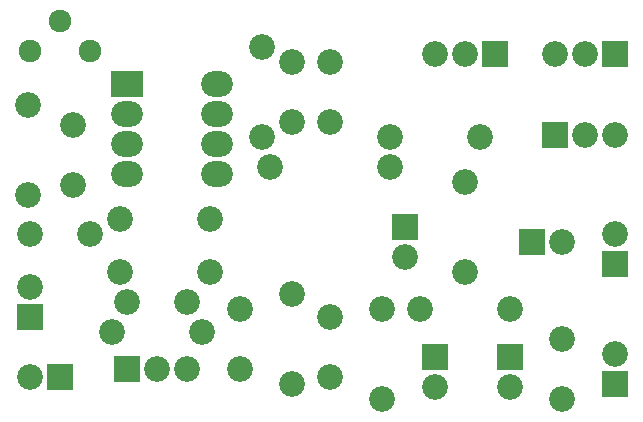
<source format=gts>
%FSLAX46Y46*%
G04 Gerber Fmt 4.6, Leading zero omitted, Abs format (unit mm)*
G04 Created by KiCad (PCBNEW (2014-08-06 BZR 5059)-product) date 24/08/2014 19:27:10*
%MOMM*%
G01*
G04 APERTURE LIST*
%ADD10C,0.150000*%
%ADD11C,2.178000*%
%ADD12R,2.178000X2.178000*%
%ADD13C,1.924000*%
%ADD14R,2.686000X2.178000*%
%ADD15O,2.686000X2.178000*%
G04 APERTURE END LIST*
D10*
D11*
X142240000Y-125095000D03*
X147320000Y-125095000D03*
X164465000Y-110490000D03*
X164465000Y-115570000D03*
X167640000Y-110490000D03*
X167640000Y-115570000D03*
X167640000Y-137160000D03*
X167640000Y-132080000D03*
X155575000Y-130810000D03*
X150495000Y-130810000D03*
X160020000Y-136525000D03*
X160020000Y-131445000D03*
D12*
X173990000Y-124460000D03*
D11*
X173990000Y-127000000D03*
D12*
X176530000Y-135509000D03*
D11*
X176530000Y-138049000D03*
D12*
X184785000Y-125730000D03*
D11*
X187325000Y-125730000D03*
D12*
X182880000Y-135509000D03*
D11*
X182880000Y-138049000D03*
X145923000Y-115824000D03*
X145923000Y-120904000D03*
D12*
X144780000Y-137160000D03*
D11*
X142240000Y-137160000D03*
X187325000Y-133985000D03*
X187325000Y-139065000D03*
D12*
X142240000Y-132080000D03*
D11*
X142240000Y-129540000D03*
D12*
X191770000Y-127635000D03*
D11*
X191770000Y-125095000D03*
D12*
X191770000Y-137795000D03*
D11*
X191770000Y-135255000D03*
X149860000Y-123825000D03*
X157480000Y-123825000D03*
X142113000Y-114173000D03*
X142113000Y-121793000D03*
X172720000Y-116840000D03*
X180340000Y-116840000D03*
X162560000Y-119380000D03*
X172720000Y-119380000D03*
X161925000Y-109220000D03*
X161925000Y-116840000D03*
X164465000Y-130175000D03*
X164465000Y-137795000D03*
X157480000Y-128270000D03*
X149860000Y-128270000D03*
X179070000Y-120650000D03*
X179070000Y-128270000D03*
X182880000Y-131445000D03*
X175260000Y-131445000D03*
X172085000Y-131445000D03*
X172085000Y-139065000D03*
X156845000Y-133350000D03*
X149225000Y-133350000D03*
D12*
X186690000Y-116713000D03*
D11*
X189230000Y-116713000D03*
X191770000Y-116713000D03*
D13*
X142240000Y-109601000D03*
X144780000Y-107061000D03*
X147320000Y-109601000D03*
D12*
X150495000Y-136525000D03*
D11*
X153035000Y-136525000D03*
X155575000Y-136525000D03*
D12*
X191770000Y-109855000D03*
D11*
X189230000Y-109855000D03*
X186690000Y-109855000D03*
D12*
X181610000Y-109855000D03*
D11*
X179070000Y-109855000D03*
X176530000Y-109855000D03*
D14*
X150495000Y-112395000D03*
D15*
X150495000Y-114935000D03*
X150495000Y-117475000D03*
X150495000Y-120015000D03*
X158115000Y-120015000D03*
X158115000Y-117475000D03*
X158115000Y-114935000D03*
X158115000Y-112395000D03*
M02*

</source>
